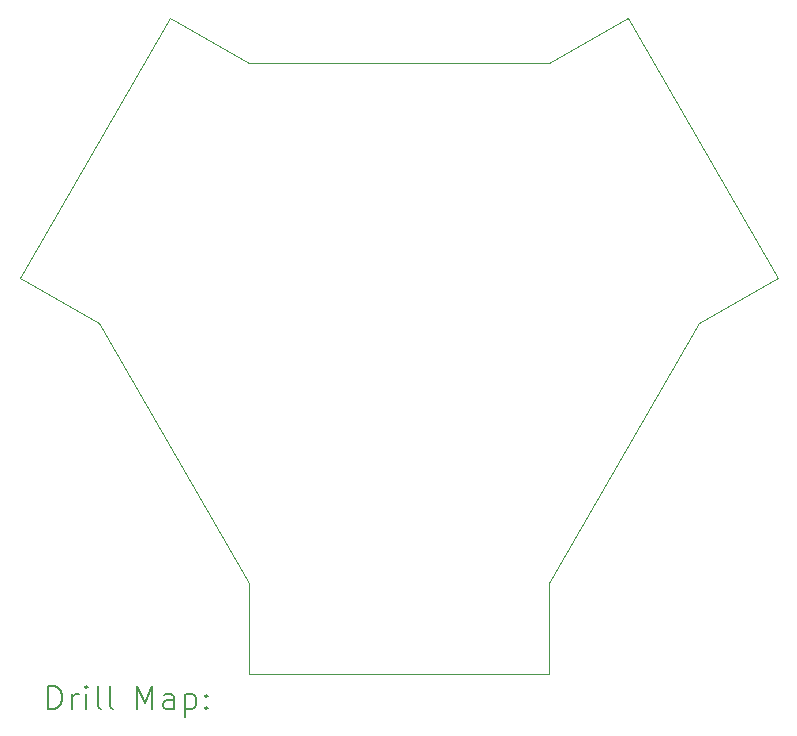
<source format=gbr>
%TF.GenerationSoftware,KiCad,Pcbnew,(6.99.0-2452-gdb4f2d9dd8)*%
%TF.CreationDate,2022-07-29T14:08:00-05:00*%
%TF.ProjectId,VORTAC SAO Board,564f5254-4143-4205-9341-4f20426f6172,rev?*%
%TF.SameCoordinates,Original*%
%TF.FileFunction,Drillmap*%
%TF.FilePolarity,Positive*%
%FSLAX45Y45*%
G04 Gerber Fmt 4.5, Leading zero omitted, Abs format (unit mm)*
G04 Created by KiCad (PCBNEW (6.99.0-2452-gdb4f2d9dd8)) date 2022-07-29 14:08:00*
%MOMM*%
%LPD*%
G01*
G04 APERTURE LIST*
%ADD10C,0.100000*%
%ADD11C,0.200000*%
G04 APERTURE END LIST*
D10*
X12700000Y-12115800D02*
X12700000Y-11343704D01*
X12031346Y-6558248D02*
X12700000Y-6944295D01*
X11430000Y-9144000D02*
X10761346Y-8757952D01*
X15240000Y-6944295D02*
X15908654Y-6558248D01*
X17178654Y-8757952D02*
X16510000Y-9144000D01*
X16510000Y-9144000D02*
X15240000Y-11343704D01*
X10761346Y-8757952D02*
X12031346Y-6558248D01*
X12700000Y-6944295D02*
X15240000Y-6944295D01*
X12700000Y-11343704D02*
X11430000Y-9144000D01*
X15240000Y-11343704D02*
X15240000Y-12115800D01*
X15908654Y-6558248D02*
X17178654Y-8757952D01*
X15240000Y-12115800D02*
X12700000Y-12115800D01*
D11*
X11003965Y-12414276D02*
X11003965Y-12214276D01*
X11003965Y-12214276D02*
X11051584Y-12214276D01*
X11051584Y-12214276D02*
X11080155Y-12223800D01*
X11080155Y-12223800D02*
X11099203Y-12242848D01*
X11099203Y-12242848D02*
X11108727Y-12261895D01*
X11108727Y-12261895D02*
X11118250Y-12299990D01*
X11118250Y-12299990D02*
X11118250Y-12328562D01*
X11118250Y-12328562D02*
X11108727Y-12366657D01*
X11108727Y-12366657D02*
X11099203Y-12385705D01*
X11099203Y-12385705D02*
X11080155Y-12404752D01*
X11080155Y-12404752D02*
X11051584Y-12414276D01*
X11051584Y-12414276D02*
X11003965Y-12414276D01*
X11203965Y-12414276D02*
X11203965Y-12280943D01*
X11203965Y-12319038D02*
X11213488Y-12299990D01*
X11213488Y-12299990D02*
X11223012Y-12290467D01*
X11223012Y-12290467D02*
X11242060Y-12280943D01*
X11242060Y-12280943D02*
X11261108Y-12280943D01*
X11327774Y-12414276D02*
X11327774Y-12280943D01*
X11327774Y-12214276D02*
X11318250Y-12223800D01*
X11318250Y-12223800D02*
X11327774Y-12233324D01*
X11327774Y-12233324D02*
X11337298Y-12223800D01*
X11337298Y-12223800D02*
X11327774Y-12214276D01*
X11327774Y-12214276D02*
X11327774Y-12233324D01*
X11451584Y-12414276D02*
X11432536Y-12404752D01*
X11432536Y-12404752D02*
X11423012Y-12385705D01*
X11423012Y-12385705D02*
X11423012Y-12214276D01*
X11556346Y-12414276D02*
X11537298Y-12404752D01*
X11537298Y-12404752D02*
X11527774Y-12385705D01*
X11527774Y-12385705D02*
X11527774Y-12214276D01*
X11752536Y-12414276D02*
X11752536Y-12214276D01*
X11752536Y-12214276D02*
X11819203Y-12357133D01*
X11819203Y-12357133D02*
X11885869Y-12214276D01*
X11885869Y-12214276D02*
X11885869Y-12414276D01*
X12066822Y-12414276D02*
X12066822Y-12309514D01*
X12066822Y-12309514D02*
X12057298Y-12290467D01*
X12057298Y-12290467D02*
X12038250Y-12280943D01*
X12038250Y-12280943D02*
X12000155Y-12280943D01*
X12000155Y-12280943D02*
X11981107Y-12290467D01*
X12066822Y-12404752D02*
X12047774Y-12414276D01*
X12047774Y-12414276D02*
X12000155Y-12414276D01*
X12000155Y-12414276D02*
X11981107Y-12404752D01*
X11981107Y-12404752D02*
X11971584Y-12385705D01*
X11971584Y-12385705D02*
X11971584Y-12366657D01*
X11971584Y-12366657D02*
X11981107Y-12347609D01*
X11981107Y-12347609D02*
X12000155Y-12338086D01*
X12000155Y-12338086D02*
X12047774Y-12338086D01*
X12047774Y-12338086D02*
X12066822Y-12328562D01*
X12162060Y-12280943D02*
X12162060Y-12480943D01*
X12162060Y-12290467D02*
X12181107Y-12280943D01*
X12181107Y-12280943D02*
X12219203Y-12280943D01*
X12219203Y-12280943D02*
X12238250Y-12290467D01*
X12238250Y-12290467D02*
X12247774Y-12299990D01*
X12247774Y-12299990D02*
X12257298Y-12319038D01*
X12257298Y-12319038D02*
X12257298Y-12376181D01*
X12257298Y-12376181D02*
X12247774Y-12395228D01*
X12247774Y-12395228D02*
X12238250Y-12404752D01*
X12238250Y-12404752D02*
X12219203Y-12414276D01*
X12219203Y-12414276D02*
X12181107Y-12414276D01*
X12181107Y-12414276D02*
X12162060Y-12404752D01*
X12343012Y-12395228D02*
X12352536Y-12404752D01*
X12352536Y-12404752D02*
X12343012Y-12414276D01*
X12343012Y-12414276D02*
X12333488Y-12404752D01*
X12333488Y-12404752D02*
X12343012Y-12395228D01*
X12343012Y-12395228D02*
X12343012Y-12414276D01*
X12343012Y-12290467D02*
X12352536Y-12299990D01*
X12352536Y-12299990D02*
X12343012Y-12309514D01*
X12343012Y-12309514D02*
X12333488Y-12299990D01*
X12333488Y-12299990D02*
X12343012Y-12290467D01*
X12343012Y-12290467D02*
X12343012Y-12309514D01*
M02*

</source>
